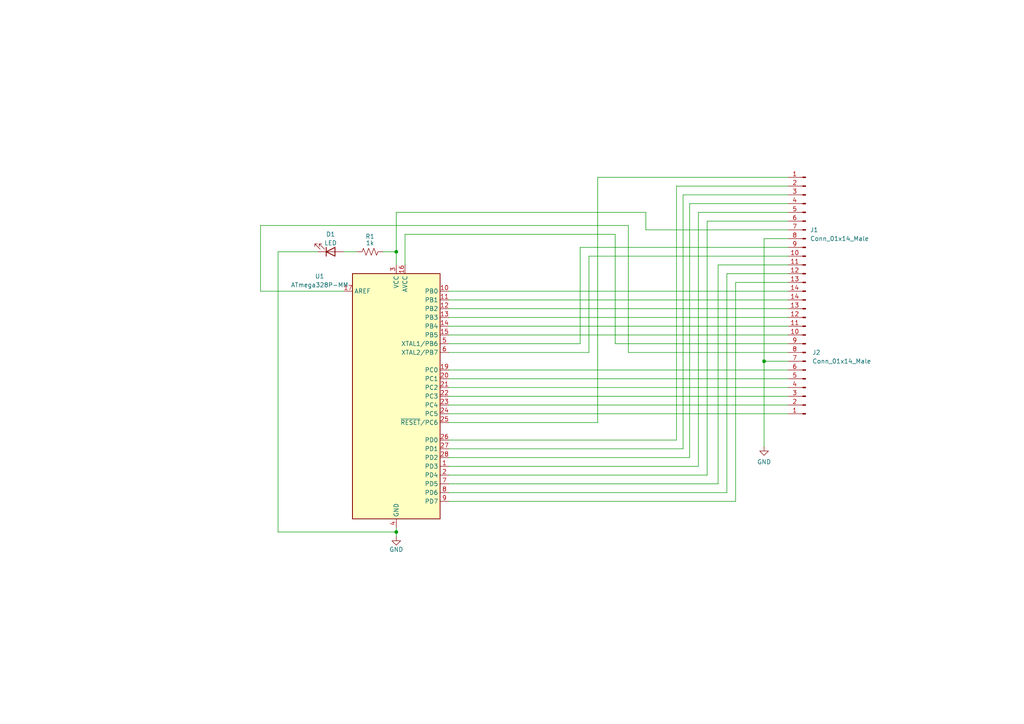
<source format=kicad_sch>
(kicad_sch (version 20211123) (generator eeschema)
  (paper "A4")
  (title_block (title "ATMEGA328P DIP Replacement") (date "2022-12-14") (rev "1.0") (company "Will Schoenfeld"))
  (lib_symbols
    (symbol "Connector:Conn_01x14_Male" (pin_names (offset 1.016) hide)
      (property "Reference" "J" (at 0 17.78 0))
      (property "Value" "Conn_01x14_Male" (at 0 -20.32 0))
      (symbol "Conn_01x14_Male_1_1"
        (polyline (pts (xy 1.27 -17.78) (xy 0.8636 -17.78)) (stroke (width 0.1524)))
        (polyline (pts (xy 1.27 -15.24) (xy 0.8636 -15.24)) (stroke (width 0.1524)))
        (polyline (pts (xy 1.27 -12.7) (xy 0.8636 -12.7)) (stroke (width 0.1524)))
        (polyline (pts (xy 1.27 -10.16) (xy 0.8636 -10.16)) (stroke (width 0.1524)))
        (polyline (pts (xy 1.27 -7.62) (xy 0.8636 -7.62)) (stroke (width 0.1524)))
        (polyline (pts (xy 1.27 -5.08) (xy 0.8636 -5.08)) (stroke (width 0.1524)))
        (polyline (pts (xy 1.27 -2.54) (xy 0.8636 -2.54)) (stroke (width 0.1524)))
        (polyline (pts (xy 1.27 0) (xy 0.8636 0)) (stroke (width 0.1524)))
        (polyline (pts (xy 1.27 2.54) (xy 0.8636 2.54)) (stroke (width 0.1524)))
        (polyline (pts (xy 1.27 5.08) (xy 0.8636 5.08)) (stroke (width 0.1524)))
        (polyline (pts (xy 1.27 7.62) (xy 0.8636 7.62)) (stroke (width 0.1524)))
        (polyline (pts (xy 1.27 10.16) (xy 0.8636 10.16)) (stroke (width 0.1524)))
        (polyline (pts (xy 1.27 12.7) (xy 0.8636 12.7)) (stroke (width 0.1524)))
        (polyline (pts (xy 1.27 15.24) (xy 0.8636 15.24)) (stroke (width 0.1524)))
        (rectangle (start 0.8636 -17.653) (end 0 -17.907) (stroke (width 0.1524)) (fill (type outline)))
        (rectangle (start 0.8636 -15.113) (end 0 -15.367) (stroke (width 0.1524)) (fill (type outline)))
        (rectangle (start 0.8636 -12.573) (end 0 -12.827) (stroke (width 0.1524)) (fill (type outline)))
        (rectangle (start 0.8636 -10.033) (end 0 -10.287) (stroke (width 0.1524)) (fill (type outline)))
        (rectangle (start 0.8636 -7.493) (end 0 -7.747) (stroke (width 0.1524)) (fill (type outline)))
        (rectangle (start 0.8636 -4.953) (end 0 -5.207) (stroke (width 0.1524)) (fill (type outline)))
        (rectangle (start 0.8636 -2.413) (end 0 -2.667) (stroke (width 0.1524)) (fill (type outline)))
        (rectangle (start 0.8636 0.127) (end 0 -0.127) (stroke (width 0.1524)) (fill (type outline)))
        (rectangle (start 0.8636 2.667) (end 0 2.413) (stroke (width 0.1524)) (fill (type outline)))
        (rectangle (start 0.8636 5.207) (end 0 4.953) (stroke (width 0.1524)) (fill (type outline)))
        (rectangle (start 0.8636 7.747) (end 0 7.493) (stroke (width 0.1524)) (fill (type outline)))
        (rectangle (start 0.8636 10.287) (end 0 10.033) (stroke (width 0.1524)) (fill (type outline)))
        (rectangle (start 0.8636 12.827) (end 0 12.573) (stroke (width 0.1524)) (fill (type outline)))
        (rectangle (start 0.8636 15.367) (end 0 15.113) (stroke (width 0.1524)) (fill (type outline)))
        (pin passive line (at 5.08 15.24 180) (length 3.81) (name "Pin_1") (number "1"))
        (pin passive line (at 5.08 -7.62 180) (length 3.81) (name "Pin_10") (number "10"))
        (pin passive line (at 5.08 -10.16 180) (length 3.81) (name "Pin_11") (number "11"))
        (pin passive line (at 5.08 -12.7 180) (length 3.81) (name "Pin_12") (number "12"))
        (pin passive line (at 5.08 -15.24 180) (length 3.81) (name "Pin_13") (number "13"))
        (pin passive line (at 5.08 -17.78 180) (length 3.81) (name "Pin_14") (number "14"))
        (pin passive line (at 5.08 12.7 180) (length 3.81) (name "Pin_2") (number "2"))
        (pin passive line (at 5.08 10.16 180) (length 3.81) (name "Pin_3") (number "3"))
        (pin passive line (at 5.08 7.62 180) (length 3.81) (name "Pin_4") (number "4"))
        (pin passive line (at 5.08 5.08 180) (length 3.81) (name "Pin_5") (number "5"))
        (pin passive line (at 5.08 2.54 180) (length 3.81) (name "Pin_6") (number "6"))
        (pin passive line (at 5.08 0 180) (length 3.81) (name "Pin_7") (number "7"))
        (pin passive line (at 5.08 -2.54 180) (length 3.81) (name "Pin_8") (number "8"))
        (pin passive line (at 5.08 -5.08 180) (length 3.81) (name "Pin_9") (number "9"))
      )
    )
    (symbol "Device:LED" (pin_numbers hide) (pin_names (offset 1.016) hide)
      (property "Reference" "D" (at 0 2.54 0))
      (property "Value" "LED" (at 0 -2.54 0))
      (symbol "LED_0_1"
        (polyline (pts (xy -1.27 -1.27) (xy -1.27 1.27)) (stroke (width 0.254)))
        (polyline (pts (xy -1.27 0) (xy 1.27 0)))
        (polyline (pts (xy 1.27 -1.27) (xy 1.27 1.27) (xy -1.27 0) (xy 1.27 -1.27)) (stroke (width 0.254)))
        (polyline (pts (xy -3.048 -0.762) (xy -4.572 -2.286) (xy -3.81 -2.286) (xy -4.572 -2.286) (xy -4.572 -1.524)))
        (polyline (pts (xy -1.778 -0.762) (xy -3.302 -2.286) (xy -2.54 -2.286) (xy -3.302 -2.286) (xy -3.302 -1.524)))
      )
      (symbol "LED_1_1"
        (pin passive line (at -3.81 0 0) (length 2.54) (name "K") (number "1"))
        (pin passive line (at 3.81 0 180) (length 2.54) (name "A") (number "2"))
      )
    )
    (symbol "Device:R_US" (pin_numbers hide) (pin_names (offset 0))
      (property "Reference" "R" (at 2.54 0 90))
      (property "Value" "R_US" (at -2.54 0 90))
      (symbol "R_US_0_1"
        (polyline (pts (xy 0 -2.286) (xy 0 -2.54)))
        (polyline (pts (xy 0 2.286) (xy 0 2.54)))
        (polyline (pts (xy 0 -0.762) (xy 1.016 -1.143) (xy 0 -1.524) (xy -1.016 -1.905) (xy 0 -2.286)))
        (polyline (pts (xy 0 0.762) (xy 1.016 0.381) (xy 0 0) (xy -1.016 -0.381) (xy 0 -0.762)))
        (polyline (pts (xy 0 2.286) (xy 1.016 1.905) (xy 0 1.524) (xy -1.016 1.143) (xy 0 0.762)))
      )
      (symbol "R_US_1_1"
        (pin passive line (at 0 3.81 270) (length 1.27) (name "~") (number "1"))
        (pin passive line (at 0 -3.81 90) (length 1.27) (name "~") (number "2"))
      )
    )
    (symbol "MCU_Microchip_ATmega:ATmega328P-MM"
      (property "Reference" "U" (at -12.7 36.83 0))
      (property "Value" "ATmega328P-MM" (at 2.54 -36.83 0))
      (symbol "ATmega328P-MM_0_1"
        (rectangle (start -12.7 -35.56) (end 12.7 35.56) (stroke (width 0.254)) (fill (type background)))
      )
      (symbol "ATmega328P-MM_1_1"
        (pin bidirectional line (at 15.24 -20.32 180) (length 2.54) (name "PD3") (number "1"))
        (pin bidirectional line (at 15.24 30.48 180) (length 2.54) (name "PB0") (number "10"))
        (pin bidirectional line (at 15.24 27.94 180) (length 2.54) (name "PB1") (number "11"))
        (pin bidirectional line (at 15.24 25.4 180) (length 2.54) (name "PB2") (number "12"))
        (pin bidirectional line (at 15.24 22.86 180) (length 2.54) (name "PB3") (number "13"))
        (pin bidirectional line (at 15.24 20.32 180) (length 2.54) (name "PB4") (number "14"))
        (pin bidirectional line (at 15.24 17.78 180) (length 2.54) (name "PB5") (number "15"))
        (pin power_in line (at 2.54 38.1 270) (length 2.54) (name "AVCC") (number "16"))
        (pin passive line (at -15.24 30.48 0) (length 2.54) (name "AREF") (number "17"))
        (pin passive line (at 0 -38.1 90) (length 2.54) hide (name "GND") (number "18"))
        (pin bidirectional line (at 15.24 7.62 180) (length 2.54) (name "PC0") (number "19"))
        (pin bidirectional line (at 15.24 -22.86 180) (length 2.54) (name "PD4") (number "2"))
        (pin bidirectional line (at 15.24 5.08 180) (length 2.54) (name "PC1") (number "20"))
        (pin bidirectional line (at 15.24 2.54 180) (length 2.54) (name "PC2") (number "21"))
        (pin bidirectional line (at 15.24 0 180) (length 2.54) (name "PC3") (number "22"))
        (pin bidirectional line (at 15.24 -2.54 180) (length 2.54) (name "PC4") (number "23"))
        (pin bidirectional line (at 15.24 -5.08 180) (length 2.54) (name "PC5") (number "24"))
        (pin bidirectional line (at 15.24 -7.62 180) (length 2.54) (name "~{RESET}/PC6") (number "25"))
        (pin bidirectional line (at 15.24 -12.7 180) (length 2.54) (name "PD0") (number "26"))
        (pin bidirectional line (at 15.24 -15.24 180) (length 2.54) (name "PD1") (number "27"))
        (pin bidirectional line (at 15.24 -17.78 180) (length 2.54) (name "PD2") (number "28"))
        (pin passive line (at 0 -38.1 90) (length 2.54) hide (name "GND") (number "29"))
        (pin power_in line (at 0 38.1 270) (length 2.54) (name "VCC") (number "3"))
        (pin power_in line (at 0 -38.1 90) (length 2.54) (name "GND") (number "4"))
        (pin bidirectional line (at 15.24 15.24 180) (length 2.54) (name "XTAL1/PB6") (number "5"))
        (pin bidirectional line (at 15.24 12.7 180) (length 2.54) (name "XTAL2/PB7") (number "6"))
        (pin bidirectional line (at 15.24 -25.4 180) (length 2.54) (name "PD5") (number "7"))
        (pin bidirectional line (at 15.24 -27.94 180) (length 2.54) (name "PD6") (number "8"))
        (pin bidirectional line (at 15.24 -30.48 180) (length 2.54) (name "PD7") (number "9"))
      )
    )
    (symbol "power:GND" (power) (pin_names (offset 0))
      (property "Value" "GND" (at 0 -3.81 0))
      (symbol "GND_0_1"
        (polyline (pts (xy 0 0) (xy 0 -1.27) (xy 1.27 -1.27) (xy 0 -2.54) (xy -1.27 -1.27) (xy 0 -1.27)))
      )
      (symbol "GND_1_1"
        (pin power_in line (at 0 0 270) (length 0) hide (name "GND") (number "1"))
      )
    )
  )
  (junction (at 221.615 104.775))
  (junction (at 114.935 154.305))
  (junction (at 114.935 73.025))
  (wire (pts (xy 168.275 71.755) (xy 228.6 71.755)))
  (wire (pts (xy 198.12 56.515) (xy 228.6 56.515)))
  (wire (pts (xy 213.36 145.415) (xy 213.36 81.915)))
  (wire (pts (xy 221.615 69.215) (xy 221.615 104.775)))
  (wire (pts (xy 130.175 122.555) (xy 173.355 122.555)))
  (wire (pts (xy 75.565 65.405) (xy 75.565 84.455)))
  (wire (pts (xy 210.82 142.875) (xy 210.82 79.375)))
  (wire (pts (xy 208.28 76.835) (xy 228.6 76.835)))
  (wire (pts (xy 130.175 114.935) (xy 228.6 114.935)))
  (wire (pts (xy 221.615 104.775) (xy 228.6 104.775)))
  (wire (pts (xy 117.475 67.945) (xy 117.475 76.835)))
  (wire (pts (xy 130.175 140.335) (xy 208.28 140.335)))
  (wire (pts (xy 200.025 59.055) (xy 228.6 59.055)))
  (wire (pts (xy 130.175 92.075) (xy 228.6 92.075)))
  (wire (pts (xy 198.12 130.175) (xy 198.12 56.515)))
  (wire (pts (xy 182.245 102.235) (xy 182.245 65.405)))
  (wire (pts (xy 130.175 120.015) (xy 228.6 120.015)))
  (wire (pts (xy 130.175 130.175) (xy 198.12 130.175)))
  (wire (pts (xy 202.565 61.595) (xy 228.6 61.595)))
  (wire (pts (xy 130.175 84.455) (xy 228.6 84.455)))
  (wire (pts (xy 130.175 132.715) (xy 200.025 132.715)))
  (wire (pts (xy 130.175 117.475) (xy 228.6 117.475)))
  (wire (pts (xy 228.6 66.675) (xy 187.325 66.675)))
  (wire (pts (xy 205.105 64.135) (xy 228.6 64.135)))
  (wire (pts (xy 228.6 102.235) (xy 182.245 102.235)))
  (wire (pts (xy 221.615 129.54) (xy 221.615 104.775)))
  (wire (pts (xy 187.325 61.595) (xy 114.935 61.595)))
  (wire (pts (xy 130.175 89.535) (xy 228.6 89.535)))
  (wire (pts (xy 130.175 109.855) (xy 228.6 109.855)))
  (wire (pts (xy 130.175 135.255) (xy 202.565 135.255)))
  (wire (pts (xy 178.435 67.945) (xy 117.475 67.945)))
  (wire (pts (xy 208.28 140.335) (xy 208.28 76.835)))
  (wire (pts (xy 75.565 84.455) (xy 99.695 84.455)))
  (wire (pts (xy 187.325 66.675) (xy 187.325 61.595)))
  (wire (pts (xy 99.695 73.025) (xy 103.505 73.025)))
  (wire (pts (xy 114.935 73.025) (xy 114.935 76.835)))
  (wire (pts (xy 111.125 73.025) (xy 114.935 73.025)))
  (wire (pts (xy 200.025 132.715) (xy 200.025 59.055)))
  (wire (pts (xy 130.175 112.395) (xy 228.6 112.395)))
  (wire (pts (xy 114.935 155.575) (xy 114.935 154.305)))
  (wire (pts (xy 130.175 94.615) (xy 228.6 94.615)))
  (wire (pts (xy 80.645 73.025) (xy 80.645 154.305)))
  (wire (pts (xy 92.075 73.025) (xy 80.645 73.025)))
  (wire (pts (xy 130.175 145.415) (xy 213.36 145.415)))
  (wire (pts (xy 130.175 99.695) (xy 168.275 99.695)))
  (wire (pts (xy 173.355 51.435) (xy 173.355 122.555)))
  (wire (pts (xy 178.435 99.695) (xy 178.435 67.945)))
  (wire (pts (xy 114.935 61.595) (xy 114.935 73.025)))
  (wire (pts (xy 130.175 97.155) (xy 228.6 97.155)))
  (wire (pts (xy 130.175 137.795) (xy 205.105 137.795)))
  (wire (pts (xy 228.6 99.695) (xy 178.435 99.695)))
  (wire (pts (xy 196.215 127.635) (xy 130.175 127.635)))
  (wire (pts (xy 228.6 51.435) (xy 173.355 51.435)))
  (wire (pts (xy 130.175 102.235) (xy 170.815 102.235)))
  (wire (pts (xy 213.36 81.915) (xy 228.6 81.915)))
  (wire (pts (xy 170.815 102.235) (xy 170.815 74.295)))
  (wire (pts (xy 130.175 86.995) (xy 228.6 86.995)))
  (wire (pts (xy 80.645 154.305) (xy 114.935 154.305)))
  (wire (pts (xy 130.175 142.875) (xy 210.82 142.875)))
  (wire (pts (xy 182.245 65.405) (xy 75.565 65.405)))
  (wire (pts (xy 228.6 53.975) (xy 196.215 53.975)))
  (wire (pts (xy 210.82 79.375) (xy 228.6 79.375)))
  (wire (pts (xy 114.935 154.305) (xy 114.935 153.035)))
  (wire (pts (xy 168.275 99.695) (xy 168.275 71.755)))
  (wire (pts (xy 196.215 53.975) (xy 196.215 127.635)))
  (wire (pts (xy 170.815 74.295) (xy 228.6 74.295)))
  (wire (pts (xy 228.6 69.215) (xy 221.615 69.215)))
  (wire (pts (xy 205.105 137.795) (xy 205.105 64.135)))
  (wire (pts (xy 130.175 107.315) (xy 228.6 107.315)))
  (wire (pts (xy 202.565 135.255) (xy 202.565 61.595)))
  (symbol (lib_id "power:GND") (at 221.615 129.54 0) (unit 1)
    (property "Reference" "#PWR01" (effects hide))
    (property "Value" "GND" (at 221.615 133.985 0))
  )
  (symbol (lib_id "Device:LED") (at 95.885 73.025 0) (mirror x) (unit 1)
    (property "Reference" "D1" (at 95.885 67.945 0))
    (property "Value" "LED" (at 95.885 70.485 0))
    (property "Footprint" "LED_SMD:LED_0402_1005Metric" (effects hide))
  )
  (symbol (lib_id "Connector:Conn_01x14_Male") (at 233.68 104.775 180) (unit 1)
    (property "Reference" "J2" (at 235.585 102.2349 0) (effects (justify right)))
    (property "Value" "Conn_01x14_Male" (at 235.585 104.7749 0) (effects (justify right)))
    (property "Footprint" "Connector_PinHeader_2.54mm:PinHeader_1x14_P2.54mm_Vertical" (effects hide))
  )
  (symbol (lib_id "power:GND") (at 114.935 155.575 0) (unit 1)
    (property "Reference" "#PWR02" (effects hide))
    (property "Value" "GND" (at 114.935 159.385 0))
  )
  (symbol (lib_id "Device:R_US") (at 107.315 73.025 90) (unit 1)
    (property "Reference" "R1" (at 107.315 68.58 90))
    (property "Value" "1k" (at 107.315 70.485 90))
    (property "Footprint" "Resistor_SMD:R_0402_1005Metric" (effects hide))
  )
  (symbol (lib_id "MCU_Microchip_ATmega:ATmega328P-MM") (at 114.935 114.935 0) (unit 1)
    (property "Reference" "U1" (at 92.71 80.1243 0))
    (property "Value" "ATmega328P-MM" (at 92.71 82.6643 0))
    (property "Footprint" "Package_DFN_QFN:QFN-28-1EP_4x4mm_P0.45mm_EP2.4x2.4mm" (effects hide))
    (property "Datasheet" "http://ww1.microchip.com/downloads/en/DeviceDoc/ATmega328_P%20AVR%20MCU%20with%20picoPower%20Technology%20Data%20Sheet%2040001984A.pdf" (effects hide))
  )
  (symbol (lib_id "Connector:Conn_01x14_Male") (at 233.68 66.675 0) (mirror y) (unit 1)
    (property "Reference" "J1" (at 234.95 66.6749 0) (effects (justify right)))
    (property "Value" "Conn_01x14_Male" (at 234.95 69.2149 0) (effects (justify right)))
    (property "Footprint" "Connector_PinHeader_2.54mm:PinHeader_1x14_P2.54mm_Vertical" (effects hide))
  )
)
</source>
